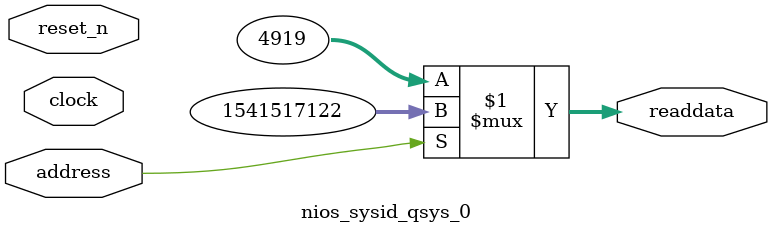
<source format=v>

`timescale 1ns / 1ps
// synthesis translate_on

// turn off superfluous verilog processor warnings 
// altera message_level Level1 
// altera message_off 10034 10035 10036 10037 10230 10240 10030 

module nios_sysid_qsys_0 (
               // inputs:
                address,
                clock,
                reset_n,

               // outputs:
                readdata
             )
;

  output  [ 31: 0] readdata;
  input            address;
  input            clock;
  input            reset_n;

  wire    [ 31: 0] readdata;
  //control_slave, which is an e_avalon_slave
  assign readdata = address ? 1541517122 : 4919;

endmodule




</source>
